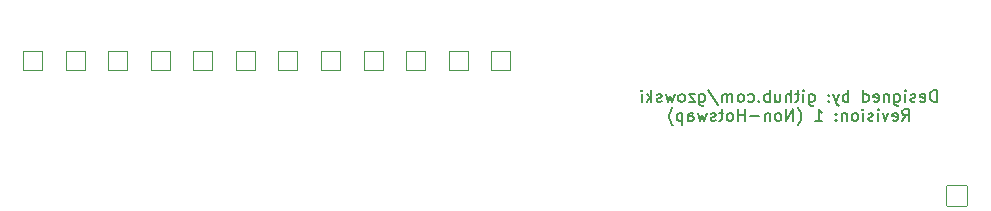
<source format=gbo>
G04 #@! TF.GenerationSoftware,KiCad,Pcbnew,7.0.9*
G04 #@! TF.CreationDate,2023-11-13T15:47:58+00:00*
G04 #@! TF.ProjectId,Nixie-12R-pcb,4e697869-652d-4313-9252-2d7063622e6b,rev?*
G04 #@! TF.SameCoordinates,Original*
G04 #@! TF.FileFunction,Legend,Bot*
G04 #@! TF.FilePolarity,Positive*
%FSLAX46Y46*%
G04 Gerber Fmt 4.6, Leading zero omitted, Abs format (unit mm)*
G04 Created by KiCad (PCBNEW 7.0.9) date 2023-11-13 15:47:58*
%MOMM*%
%LPD*%
G01*
G04 APERTURE LIST*
G04 Aperture macros list*
%AMRoundRect*
0 Rectangle with rounded corners*
0 $1 Rounding radius*
0 $2 $3 $4 $5 $6 $7 $8 $9 X,Y pos of 4 corners*
0 Add a 4 corners polygon primitive as box body*
4,1,4,$2,$3,$4,$5,$6,$7,$8,$9,$2,$3,0*
0 Add four circle primitives for the rounded corners*
1,1,$1+$1,$2,$3*
1,1,$1+$1,$4,$5*
1,1,$1+$1,$6,$7*
1,1,$1+$1,$8,$9*
0 Add four rect primitives between the rounded corners*
20,1,$1+$1,$2,$3,$4,$5,0*
20,1,$1+$1,$4,$5,$6,$7,0*
20,1,$1+$1,$6,$7,$8,$9,0*
20,1,$1+$1,$8,$9,$2,$3,0*%
G04 Aperture macros list end*
%ADD10C,0.150000*%
%ADD11C,1.651000*%
%ADD12R,1.651000X1.651000*%
%ADD13R,1.752600X1.752600*%
%ADD14C,1.752600*%
%ADD15C,1.753000*%
%ADD16RoundRect,0.051000X0.825500X-0.825500X0.825500X0.825500X-0.825500X0.825500X-0.825500X-0.825500X0*%
%ADD17C,1.802000*%
%ADD18C,4.102000*%
%ADD19C,2.302000*%
%ADD20O,2.102000X3.302000*%
%ADD21C,2.102000*%
%ADD22RoundRect,0.051000X1.000000X-1.000000X1.000000X1.000000X-1.000000X1.000000X-1.000000X-1.000000X0*%
%ADD23C,2.202000*%
%ADD24C,1.302000*%
%ADD25C,1.852000*%
%ADD26C,1.626000*%
%ADD27RoundRect,0.051000X0.876300X0.876300X-0.876300X0.876300X-0.876300X-0.876300X0.876300X-0.876300X0*%
%ADD28C,1.854600*%
G04 APERTURE END LIST*
D10*
X250576190Y-121334819D02*
X250576190Y-120334819D01*
X250576190Y-120334819D02*
X250338095Y-120334819D01*
X250338095Y-120334819D02*
X250195238Y-120382438D01*
X250195238Y-120382438D02*
X250100000Y-120477676D01*
X250100000Y-120477676D02*
X250052381Y-120572914D01*
X250052381Y-120572914D02*
X250004762Y-120763390D01*
X250004762Y-120763390D02*
X250004762Y-120906247D01*
X250004762Y-120906247D02*
X250052381Y-121096723D01*
X250052381Y-121096723D02*
X250100000Y-121191961D01*
X250100000Y-121191961D02*
X250195238Y-121287200D01*
X250195238Y-121287200D02*
X250338095Y-121334819D01*
X250338095Y-121334819D02*
X250576190Y-121334819D01*
X249195238Y-121287200D02*
X249290476Y-121334819D01*
X249290476Y-121334819D02*
X249480952Y-121334819D01*
X249480952Y-121334819D02*
X249576190Y-121287200D01*
X249576190Y-121287200D02*
X249623809Y-121191961D01*
X249623809Y-121191961D02*
X249623809Y-120811009D01*
X249623809Y-120811009D02*
X249576190Y-120715771D01*
X249576190Y-120715771D02*
X249480952Y-120668152D01*
X249480952Y-120668152D02*
X249290476Y-120668152D01*
X249290476Y-120668152D02*
X249195238Y-120715771D01*
X249195238Y-120715771D02*
X249147619Y-120811009D01*
X249147619Y-120811009D02*
X249147619Y-120906247D01*
X249147619Y-120906247D02*
X249623809Y-121001485D01*
X248766666Y-121287200D02*
X248671428Y-121334819D01*
X248671428Y-121334819D02*
X248480952Y-121334819D01*
X248480952Y-121334819D02*
X248385714Y-121287200D01*
X248385714Y-121287200D02*
X248338095Y-121191961D01*
X248338095Y-121191961D02*
X248338095Y-121144342D01*
X248338095Y-121144342D02*
X248385714Y-121049104D01*
X248385714Y-121049104D02*
X248480952Y-121001485D01*
X248480952Y-121001485D02*
X248623809Y-121001485D01*
X248623809Y-121001485D02*
X248719047Y-120953866D01*
X248719047Y-120953866D02*
X248766666Y-120858628D01*
X248766666Y-120858628D02*
X248766666Y-120811009D01*
X248766666Y-120811009D02*
X248719047Y-120715771D01*
X248719047Y-120715771D02*
X248623809Y-120668152D01*
X248623809Y-120668152D02*
X248480952Y-120668152D01*
X248480952Y-120668152D02*
X248385714Y-120715771D01*
X247909523Y-121334819D02*
X247909523Y-120668152D01*
X247909523Y-120334819D02*
X247957142Y-120382438D01*
X247957142Y-120382438D02*
X247909523Y-120430057D01*
X247909523Y-120430057D02*
X247861904Y-120382438D01*
X247861904Y-120382438D02*
X247909523Y-120334819D01*
X247909523Y-120334819D02*
X247909523Y-120430057D01*
X247004762Y-120668152D02*
X247004762Y-121477676D01*
X247004762Y-121477676D02*
X247052381Y-121572914D01*
X247052381Y-121572914D02*
X247100000Y-121620533D01*
X247100000Y-121620533D02*
X247195238Y-121668152D01*
X247195238Y-121668152D02*
X247338095Y-121668152D01*
X247338095Y-121668152D02*
X247433333Y-121620533D01*
X247004762Y-121287200D02*
X247100000Y-121334819D01*
X247100000Y-121334819D02*
X247290476Y-121334819D01*
X247290476Y-121334819D02*
X247385714Y-121287200D01*
X247385714Y-121287200D02*
X247433333Y-121239580D01*
X247433333Y-121239580D02*
X247480952Y-121144342D01*
X247480952Y-121144342D02*
X247480952Y-120858628D01*
X247480952Y-120858628D02*
X247433333Y-120763390D01*
X247433333Y-120763390D02*
X247385714Y-120715771D01*
X247385714Y-120715771D02*
X247290476Y-120668152D01*
X247290476Y-120668152D02*
X247100000Y-120668152D01*
X247100000Y-120668152D02*
X247004762Y-120715771D01*
X246528571Y-120668152D02*
X246528571Y-121334819D01*
X246528571Y-120763390D02*
X246480952Y-120715771D01*
X246480952Y-120715771D02*
X246385714Y-120668152D01*
X246385714Y-120668152D02*
X246242857Y-120668152D01*
X246242857Y-120668152D02*
X246147619Y-120715771D01*
X246147619Y-120715771D02*
X246100000Y-120811009D01*
X246100000Y-120811009D02*
X246100000Y-121334819D01*
X245242857Y-121287200D02*
X245338095Y-121334819D01*
X245338095Y-121334819D02*
X245528571Y-121334819D01*
X245528571Y-121334819D02*
X245623809Y-121287200D01*
X245623809Y-121287200D02*
X245671428Y-121191961D01*
X245671428Y-121191961D02*
X245671428Y-120811009D01*
X245671428Y-120811009D02*
X245623809Y-120715771D01*
X245623809Y-120715771D02*
X245528571Y-120668152D01*
X245528571Y-120668152D02*
X245338095Y-120668152D01*
X245338095Y-120668152D02*
X245242857Y-120715771D01*
X245242857Y-120715771D02*
X245195238Y-120811009D01*
X245195238Y-120811009D02*
X245195238Y-120906247D01*
X245195238Y-120906247D02*
X245671428Y-121001485D01*
X244338095Y-121334819D02*
X244338095Y-120334819D01*
X244338095Y-121287200D02*
X244433333Y-121334819D01*
X244433333Y-121334819D02*
X244623809Y-121334819D01*
X244623809Y-121334819D02*
X244719047Y-121287200D01*
X244719047Y-121287200D02*
X244766666Y-121239580D01*
X244766666Y-121239580D02*
X244814285Y-121144342D01*
X244814285Y-121144342D02*
X244814285Y-120858628D01*
X244814285Y-120858628D02*
X244766666Y-120763390D01*
X244766666Y-120763390D02*
X244719047Y-120715771D01*
X244719047Y-120715771D02*
X244623809Y-120668152D01*
X244623809Y-120668152D02*
X244433333Y-120668152D01*
X244433333Y-120668152D02*
X244338095Y-120715771D01*
X243099999Y-121334819D02*
X243099999Y-120334819D01*
X243099999Y-120715771D02*
X243004761Y-120668152D01*
X243004761Y-120668152D02*
X242814285Y-120668152D01*
X242814285Y-120668152D02*
X242719047Y-120715771D01*
X242719047Y-120715771D02*
X242671428Y-120763390D01*
X242671428Y-120763390D02*
X242623809Y-120858628D01*
X242623809Y-120858628D02*
X242623809Y-121144342D01*
X242623809Y-121144342D02*
X242671428Y-121239580D01*
X242671428Y-121239580D02*
X242719047Y-121287200D01*
X242719047Y-121287200D02*
X242814285Y-121334819D01*
X242814285Y-121334819D02*
X243004761Y-121334819D01*
X243004761Y-121334819D02*
X243099999Y-121287200D01*
X242290475Y-120668152D02*
X242052380Y-121334819D01*
X241814285Y-120668152D02*
X242052380Y-121334819D01*
X242052380Y-121334819D02*
X242147618Y-121572914D01*
X242147618Y-121572914D02*
X242195237Y-121620533D01*
X242195237Y-121620533D02*
X242290475Y-121668152D01*
X241433332Y-121239580D02*
X241385713Y-121287200D01*
X241385713Y-121287200D02*
X241433332Y-121334819D01*
X241433332Y-121334819D02*
X241480951Y-121287200D01*
X241480951Y-121287200D02*
X241433332Y-121239580D01*
X241433332Y-121239580D02*
X241433332Y-121334819D01*
X241433332Y-120715771D02*
X241385713Y-120763390D01*
X241385713Y-120763390D02*
X241433332Y-120811009D01*
X241433332Y-120811009D02*
X241480951Y-120763390D01*
X241480951Y-120763390D02*
X241433332Y-120715771D01*
X241433332Y-120715771D02*
X241433332Y-120811009D01*
X239766666Y-120668152D02*
X239766666Y-121477676D01*
X239766666Y-121477676D02*
X239814285Y-121572914D01*
X239814285Y-121572914D02*
X239861904Y-121620533D01*
X239861904Y-121620533D02*
X239957142Y-121668152D01*
X239957142Y-121668152D02*
X240099999Y-121668152D01*
X240099999Y-121668152D02*
X240195237Y-121620533D01*
X239766666Y-121287200D02*
X239861904Y-121334819D01*
X239861904Y-121334819D02*
X240052380Y-121334819D01*
X240052380Y-121334819D02*
X240147618Y-121287200D01*
X240147618Y-121287200D02*
X240195237Y-121239580D01*
X240195237Y-121239580D02*
X240242856Y-121144342D01*
X240242856Y-121144342D02*
X240242856Y-120858628D01*
X240242856Y-120858628D02*
X240195237Y-120763390D01*
X240195237Y-120763390D02*
X240147618Y-120715771D01*
X240147618Y-120715771D02*
X240052380Y-120668152D01*
X240052380Y-120668152D02*
X239861904Y-120668152D01*
X239861904Y-120668152D02*
X239766666Y-120715771D01*
X239290475Y-121334819D02*
X239290475Y-120668152D01*
X239290475Y-120334819D02*
X239338094Y-120382438D01*
X239338094Y-120382438D02*
X239290475Y-120430057D01*
X239290475Y-120430057D02*
X239242856Y-120382438D01*
X239242856Y-120382438D02*
X239290475Y-120334819D01*
X239290475Y-120334819D02*
X239290475Y-120430057D01*
X238957142Y-120668152D02*
X238576190Y-120668152D01*
X238814285Y-120334819D02*
X238814285Y-121191961D01*
X238814285Y-121191961D02*
X238766666Y-121287200D01*
X238766666Y-121287200D02*
X238671428Y-121334819D01*
X238671428Y-121334819D02*
X238576190Y-121334819D01*
X238242856Y-121334819D02*
X238242856Y-120334819D01*
X237814285Y-121334819D02*
X237814285Y-120811009D01*
X237814285Y-120811009D02*
X237861904Y-120715771D01*
X237861904Y-120715771D02*
X237957142Y-120668152D01*
X237957142Y-120668152D02*
X238099999Y-120668152D01*
X238099999Y-120668152D02*
X238195237Y-120715771D01*
X238195237Y-120715771D02*
X238242856Y-120763390D01*
X236909523Y-120668152D02*
X236909523Y-121334819D01*
X237338094Y-120668152D02*
X237338094Y-121191961D01*
X237338094Y-121191961D02*
X237290475Y-121287200D01*
X237290475Y-121287200D02*
X237195237Y-121334819D01*
X237195237Y-121334819D02*
X237052380Y-121334819D01*
X237052380Y-121334819D02*
X236957142Y-121287200D01*
X236957142Y-121287200D02*
X236909523Y-121239580D01*
X236433332Y-121334819D02*
X236433332Y-120334819D01*
X236433332Y-120715771D02*
X236338094Y-120668152D01*
X236338094Y-120668152D02*
X236147618Y-120668152D01*
X236147618Y-120668152D02*
X236052380Y-120715771D01*
X236052380Y-120715771D02*
X236004761Y-120763390D01*
X236004761Y-120763390D02*
X235957142Y-120858628D01*
X235957142Y-120858628D02*
X235957142Y-121144342D01*
X235957142Y-121144342D02*
X236004761Y-121239580D01*
X236004761Y-121239580D02*
X236052380Y-121287200D01*
X236052380Y-121287200D02*
X236147618Y-121334819D01*
X236147618Y-121334819D02*
X236338094Y-121334819D01*
X236338094Y-121334819D02*
X236433332Y-121287200D01*
X235528570Y-121239580D02*
X235480951Y-121287200D01*
X235480951Y-121287200D02*
X235528570Y-121334819D01*
X235528570Y-121334819D02*
X235576189Y-121287200D01*
X235576189Y-121287200D02*
X235528570Y-121239580D01*
X235528570Y-121239580D02*
X235528570Y-121334819D01*
X234623809Y-121287200D02*
X234719047Y-121334819D01*
X234719047Y-121334819D02*
X234909523Y-121334819D01*
X234909523Y-121334819D02*
X235004761Y-121287200D01*
X235004761Y-121287200D02*
X235052380Y-121239580D01*
X235052380Y-121239580D02*
X235099999Y-121144342D01*
X235099999Y-121144342D02*
X235099999Y-120858628D01*
X235099999Y-120858628D02*
X235052380Y-120763390D01*
X235052380Y-120763390D02*
X235004761Y-120715771D01*
X235004761Y-120715771D02*
X234909523Y-120668152D01*
X234909523Y-120668152D02*
X234719047Y-120668152D01*
X234719047Y-120668152D02*
X234623809Y-120715771D01*
X234052380Y-121334819D02*
X234147618Y-121287200D01*
X234147618Y-121287200D02*
X234195237Y-121239580D01*
X234195237Y-121239580D02*
X234242856Y-121144342D01*
X234242856Y-121144342D02*
X234242856Y-120858628D01*
X234242856Y-120858628D02*
X234195237Y-120763390D01*
X234195237Y-120763390D02*
X234147618Y-120715771D01*
X234147618Y-120715771D02*
X234052380Y-120668152D01*
X234052380Y-120668152D02*
X233909523Y-120668152D01*
X233909523Y-120668152D02*
X233814285Y-120715771D01*
X233814285Y-120715771D02*
X233766666Y-120763390D01*
X233766666Y-120763390D02*
X233719047Y-120858628D01*
X233719047Y-120858628D02*
X233719047Y-121144342D01*
X233719047Y-121144342D02*
X233766666Y-121239580D01*
X233766666Y-121239580D02*
X233814285Y-121287200D01*
X233814285Y-121287200D02*
X233909523Y-121334819D01*
X233909523Y-121334819D02*
X234052380Y-121334819D01*
X233290475Y-121334819D02*
X233290475Y-120668152D01*
X233290475Y-120763390D02*
X233242856Y-120715771D01*
X233242856Y-120715771D02*
X233147618Y-120668152D01*
X233147618Y-120668152D02*
X233004761Y-120668152D01*
X233004761Y-120668152D02*
X232909523Y-120715771D01*
X232909523Y-120715771D02*
X232861904Y-120811009D01*
X232861904Y-120811009D02*
X232861904Y-121334819D01*
X232861904Y-120811009D02*
X232814285Y-120715771D01*
X232814285Y-120715771D02*
X232719047Y-120668152D01*
X232719047Y-120668152D02*
X232576190Y-120668152D01*
X232576190Y-120668152D02*
X232480951Y-120715771D01*
X232480951Y-120715771D02*
X232433332Y-120811009D01*
X232433332Y-120811009D02*
X232433332Y-121334819D01*
X231242857Y-120287200D02*
X232099999Y-121572914D01*
X230480952Y-120668152D02*
X230480952Y-121477676D01*
X230480952Y-121477676D02*
X230528571Y-121572914D01*
X230528571Y-121572914D02*
X230576190Y-121620533D01*
X230576190Y-121620533D02*
X230671428Y-121668152D01*
X230671428Y-121668152D02*
X230814285Y-121668152D01*
X230814285Y-121668152D02*
X230909523Y-121620533D01*
X230480952Y-121287200D02*
X230576190Y-121334819D01*
X230576190Y-121334819D02*
X230766666Y-121334819D01*
X230766666Y-121334819D02*
X230861904Y-121287200D01*
X230861904Y-121287200D02*
X230909523Y-121239580D01*
X230909523Y-121239580D02*
X230957142Y-121144342D01*
X230957142Y-121144342D02*
X230957142Y-120858628D01*
X230957142Y-120858628D02*
X230909523Y-120763390D01*
X230909523Y-120763390D02*
X230861904Y-120715771D01*
X230861904Y-120715771D02*
X230766666Y-120668152D01*
X230766666Y-120668152D02*
X230576190Y-120668152D01*
X230576190Y-120668152D02*
X230480952Y-120715771D01*
X230099999Y-120668152D02*
X229576190Y-120668152D01*
X229576190Y-120668152D02*
X230099999Y-121334819D01*
X230099999Y-121334819D02*
X229576190Y-121334819D01*
X229052380Y-121334819D02*
X229147618Y-121287200D01*
X229147618Y-121287200D02*
X229195237Y-121239580D01*
X229195237Y-121239580D02*
X229242856Y-121144342D01*
X229242856Y-121144342D02*
X229242856Y-120858628D01*
X229242856Y-120858628D02*
X229195237Y-120763390D01*
X229195237Y-120763390D02*
X229147618Y-120715771D01*
X229147618Y-120715771D02*
X229052380Y-120668152D01*
X229052380Y-120668152D02*
X228909523Y-120668152D01*
X228909523Y-120668152D02*
X228814285Y-120715771D01*
X228814285Y-120715771D02*
X228766666Y-120763390D01*
X228766666Y-120763390D02*
X228719047Y-120858628D01*
X228719047Y-120858628D02*
X228719047Y-121144342D01*
X228719047Y-121144342D02*
X228766666Y-121239580D01*
X228766666Y-121239580D02*
X228814285Y-121287200D01*
X228814285Y-121287200D02*
X228909523Y-121334819D01*
X228909523Y-121334819D02*
X229052380Y-121334819D01*
X228385713Y-120668152D02*
X228195237Y-121334819D01*
X228195237Y-121334819D02*
X228004761Y-120858628D01*
X228004761Y-120858628D02*
X227814285Y-121334819D01*
X227814285Y-121334819D02*
X227623809Y-120668152D01*
X227290475Y-121287200D02*
X227195237Y-121334819D01*
X227195237Y-121334819D02*
X227004761Y-121334819D01*
X227004761Y-121334819D02*
X226909523Y-121287200D01*
X226909523Y-121287200D02*
X226861904Y-121191961D01*
X226861904Y-121191961D02*
X226861904Y-121144342D01*
X226861904Y-121144342D02*
X226909523Y-121049104D01*
X226909523Y-121049104D02*
X227004761Y-121001485D01*
X227004761Y-121001485D02*
X227147618Y-121001485D01*
X227147618Y-121001485D02*
X227242856Y-120953866D01*
X227242856Y-120953866D02*
X227290475Y-120858628D01*
X227290475Y-120858628D02*
X227290475Y-120811009D01*
X227290475Y-120811009D02*
X227242856Y-120715771D01*
X227242856Y-120715771D02*
X227147618Y-120668152D01*
X227147618Y-120668152D02*
X227004761Y-120668152D01*
X227004761Y-120668152D02*
X226909523Y-120715771D01*
X226433332Y-121334819D02*
X226433332Y-120334819D01*
X226338094Y-120953866D02*
X226052380Y-121334819D01*
X226052380Y-120668152D02*
X226433332Y-121049104D01*
X225623808Y-121334819D02*
X225623808Y-120668152D01*
X225623808Y-120334819D02*
X225671427Y-120382438D01*
X225671427Y-120382438D02*
X225623808Y-120430057D01*
X225623808Y-120430057D02*
X225576189Y-120382438D01*
X225576189Y-120382438D02*
X225623808Y-120334819D01*
X225623808Y-120334819D02*
X225623808Y-120430057D01*
X247671429Y-122944819D02*
X248004762Y-122468628D01*
X248242857Y-122944819D02*
X248242857Y-121944819D01*
X248242857Y-121944819D02*
X247861905Y-121944819D01*
X247861905Y-121944819D02*
X247766667Y-121992438D01*
X247766667Y-121992438D02*
X247719048Y-122040057D01*
X247719048Y-122040057D02*
X247671429Y-122135295D01*
X247671429Y-122135295D02*
X247671429Y-122278152D01*
X247671429Y-122278152D02*
X247719048Y-122373390D01*
X247719048Y-122373390D02*
X247766667Y-122421009D01*
X247766667Y-122421009D02*
X247861905Y-122468628D01*
X247861905Y-122468628D02*
X248242857Y-122468628D01*
X246861905Y-122897200D02*
X246957143Y-122944819D01*
X246957143Y-122944819D02*
X247147619Y-122944819D01*
X247147619Y-122944819D02*
X247242857Y-122897200D01*
X247242857Y-122897200D02*
X247290476Y-122801961D01*
X247290476Y-122801961D02*
X247290476Y-122421009D01*
X247290476Y-122421009D02*
X247242857Y-122325771D01*
X247242857Y-122325771D02*
X247147619Y-122278152D01*
X247147619Y-122278152D02*
X246957143Y-122278152D01*
X246957143Y-122278152D02*
X246861905Y-122325771D01*
X246861905Y-122325771D02*
X246814286Y-122421009D01*
X246814286Y-122421009D02*
X246814286Y-122516247D01*
X246814286Y-122516247D02*
X247290476Y-122611485D01*
X246480952Y-122278152D02*
X246242857Y-122944819D01*
X246242857Y-122944819D02*
X246004762Y-122278152D01*
X245623809Y-122944819D02*
X245623809Y-122278152D01*
X245623809Y-121944819D02*
X245671428Y-121992438D01*
X245671428Y-121992438D02*
X245623809Y-122040057D01*
X245623809Y-122040057D02*
X245576190Y-121992438D01*
X245576190Y-121992438D02*
X245623809Y-121944819D01*
X245623809Y-121944819D02*
X245623809Y-122040057D01*
X245195238Y-122897200D02*
X245100000Y-122944819D01*
X245100000Y-122944819D02*
X244909524Y-122944819D01*
X244909524Y-122944819D02*
X244814286Y-122897200D01*
X244814286Y-122897200D02*
X244766667Y-122801961D01*
X244766667Y-122801961D02*
X244766667Y-122754342D01*
X244766667Y-122754342D02*
X244814286Y-122659104D01*
X244814286Y-122659104D02*
X244909524Y-122611485D01*
X244909524Y-122611485D02*
X245052381Y-122611485D01*
X245052381Y-122611485D02*
X245147619Y-122563866D01*
X245147619Y-122563866D02*
X245195238Y-122468628D01*
X245195238Y-122468628D02*
X245195238Y-122421009D01*
X245195238Y-122421009D02*
X245147619Y-122325771D01*
X245147619Y-122325771D02*
X245052381Y-122278152D01*
X245052381Y-122278152D02*
X244909524Y-122278152D01*
X244909524Y-122278152D02*
X244814286Y-122325771D01*
X244338095Y-122944819D02*
X244338095Y-122278152D01*
X244338095Y-121944819D02*
X244385714Y-121992438D01*
X244385714Y-121992438D02*
X244338095Y-122040057D01*
X244338095Y-122040057D02*
X244290476Y-121992438D01*
X244290476Y-121992438D02*
X244338095Y-121944819D01*
X244338095Y-121944819D02*
X244338095Y-122040057D01*
X243719048Y-122944819D02*
X243814286Y-122897200D01*
X243814286Y-122897200D02*
X243861905Y-122849580D01*
X243861905Y-122849580D02*
X243909524Y-122754342D01*
X243909524Y-122754342D02*
X243909524Y-122468628D01*
X243909524Y-122468628D02*
X243861905Y-122373390D01*
X243861905Y-122373390D02*
X243814286Y-122325771D01*
X243814286Y-122325771D02*
X243719048Y-122278152D01*
X243719048Y-122278152D02*
X243576191Y-122278152D01*
X243576191Y-122278152D02*
X243480953Y-122325771D01*
X243480953Y-122325771D02*
X243433334Y-122373390D01*
X243433334Y-122373390D02*
X243385715Y-122468628D01*
X243385715Y-122468628D02*
X243385715Y-122754342D01*
X243385715Y-122754342D02*
X243433334Y-122849580D01*
X243433334Y-122849580D02*
X243480953Y-122897200D01*
X243480953Y-122897200D02*
X243576191Y-122944819D01*
X243576191Y-122944819D02*
X243719048Y-122944819D01*
X242957143Y-122278152D02*
X242957143Y-122944819D01*
X242957143Y-122373390D02*
X242909524Y-122325771D01*
X242909524Y-122325771D02*
X242814286Y-122278152D01*
X242814286Y-122278152D02*
X242671429Y-122278152D01*
X242671429Y-122278152D02*
X242576191Y-122325771D01*
X242576191Y-122325771D02*
X242528572Y-122421009D01*
X242528572Y-122421009D02*
X242528572Y-122944819D01*
X242052381Y-122849580D02*
X242004762Y-122897200D01*
X242004762Y-122897200D02*
X242052381Y-122944819D01*
X242052381Y-122944819D02*
X242100000Y-122897200D01*
X242100000Y-122897200D02*
X242052381Y-122849580D01*
X242052381Y-122849580D02*
X242052381Y-122944819D01*
X242052381Y-122325771D02*
X242004762Y-122373390D01*
X242004762Y-122373390D02*
X242052381Y-122421009D01*
X242052381Y-122421009D02*
X242100000Y-122373390D01*
X242100000Y-122373390D02*
X242052381Y-122325771D01*
X242052381Y-122325771D02*
X242052381Y-122421009D01*
X240290477Y-122944819D02*
X240861905Y-122944819D01*
X240576191Y-122944819D02*
X240576191Y-121944819D01*
X240576191Y-121944819D02*
X240671429Y-122087676D01*
X240671429Y-122087676D02*
X240766667Y-122182914D01*
X240766667Y-122182914D02*
X240861905Y-122230533D01*
X238814286Y-123325771D02*
X238861905Y-123278152D01*
X238861905Y-123278152D02*
X238957143Y-123135295D01*
X238957143Y-123135295D02*
X239004762Y-123040057D01*
X239004762Y-123040057D02*
X239052381Y-122897200D01*
X239052381Y-122897200D02*
X239100000Y-122659104D01*
X239100000Y-122659104D02*
X239100000Y-122468628D01*
X239100000Y-122468628D02*
X239052381Y-122230533D01*
X239052381Y-122230533D02*
X239004762Y-122087676D01*
X239004762Y-122087676D02*
X238957143Y-121992438D01*
X238957143Y-121992438D02*
X238861905Y-121849580D01*
X238861905Y-121849580D02*
X238814286Y-121801961D01*
X238433333Y-122944819D02*
X238433333Y-121944819D01*
X238433333Y-121944819D02*
X237861905Y-122944819D01*
X237861905Y-122944819D02*
X237861905Y-121944819D01*
X237242857Y-122944819D02*
X237338095Y-122897200D01*
X237338095Y-122897200D02*
X237385714Y-122849580D01*
X237385714Y-122849580D02*
X237433333Y-122754342D01*
X237433333Y-122754342D02*
X237433333Y-122468628D01*
X237433333Y-122468628D02*
X237385714Y-122373390D01*
X237385714Y-122373390D02*
X237338095Y-122325771D01*
X237338095Y-122325771D02*
X237242857Y-122278152D01*
X237242857Y-122278152D02*
X237100000Y-122278152D01*
X237100000Y-122278152D02*
X237004762Y-122325771D01*
X237004762Y-122325771D02*
X236957143Y-122373390D01*
X236957143Y-122373390D02*
X236909524Y-122468628D01*
X236909524Y-122468628D02*
X236909524Y-122754342D01*
X236909524Y-122754342D02*
X236957143Y-122849580D01*
X236957143Y-122849580D02*
X237004762Y-122897200D01*
X237004762Y-122897200D02*
X237100000Y-122944819D01*
X237100000Y-122944819D02*
X237242857Y-122944819D01*
X236480952Y-122278152D02*
X236480952Y-122944819D01*
X236480952Y-122373390D02*
X236433333Y-122325771D01*
X236433333Y-122325771D02*
X236338095Y-122278152D01*
X236338095Y-122278152D02*
X236195238Y-122278152D01*
X236195238Y-122278152D02*
X236100000Y-122325771D01*
X236100000Y-122325771D02*
X236052381Y-122421009D01*
X236052381Y-122421009D02*
X236052381Y-122944819D01*
X235576190Y-122563866D02*
X234814286Y-122563866D01*
X234338095Y-122944819D02*
X234338095Y-121944819D01*
X234338095Y-122421009D02*
X233766667Y-122421009D01*
X233766667Y-122944819D02*
X233766667Y-121944819D01*
X233147619Y-122944819D02*
X233242857Y-122897200D01*
X233242857Y-122897200D02*
X233290476Y-122849580D01*
X233290476Y-122849580D02*
X233338095Y-122754342D01*
X233338095Y-122754342D02*
X233338095Y-122468628D01*
X233338095Y-122468628D02*
X233290476Y-122373390D01*
X233290476Y-122373390D02*
X233242857Y-122325771D01*
X233242857Y-122325771D02*
X233147619Y-122278152D01*
X233147619Y-122278152D02*
X233004762Y-122278152D01*
X233004762Y-122278152D02*
X232909524Y-122325771D01*
X232909524Y-122325771D02*
X232861905Y-122373390D01*
X232861905Y-122373390D02*
X232814286Y-122468628D01*
X232814286Y-122468628D02*
X232814286Y-122754342D01*
X232814286Y-122754342D02*
X232861905Y-122849580D01*
X232861905Y-122849580D02*
X232909524Y-122897200D01*
X232909524Y-122897200D02*
X233004762Y-122944819D01*
X233004762Y-122944819D02*
X233147619Y-122944819D01*
X232528571Y-122278152D02*
X232147619Y-122278152D01*
X232385714Y-121944819D02*
X232385714Y-122801961D01*
X232385714Y-122801961D02*
X232338095Y-122897200D01*
X232338095Y-122897200D02*
X232242857Y-122944819D01*
X232242857Y-122944819D02*
X232147619Y-122944819D01*
X231861904Y-122897200D02*
X231766666Y-122944819D01*
X231766666Y-122944819D02*
X231576190Y-122944819D01*
X231576190Y-122944819D02*
X231480952Y-122897200D01*
X231480952Y-122897200D02*
X231433333Y-122801961D01*
X231433333Y-122801961D02*
X231433333Y-122754342D01*
X231433333Y-122754342D02*
X231480952Y-122659104D01*
X231480952Y-122659104D02*
X231576190Y-122611485D01*
X231576190Y-122611485D02*
X231719047Y-122611485D01*
X231719047Y-122611485D02*
X231814285Y-122563866D01*
X231814285Y-122563866D02*
X231861904Y-122468628D01*
X231861904Y-122468628D02*
X231861904Y-122421009D01*
X231861904Y-122421009D02*
X231814285Y-122325771D01*
X231814285Y-122325771D02*
X231719047Y-122278152D01*
X231719047Y-122278152D02*
X231576190Y-122278152D01*
X231576190Y-122278152D02*
X231480952Y-122325771D01*
X231099999Y-122278152D02*
X230909523Y-122944819D01*
X230909523Y-122944819D02*
X230719047Y-122468628D01*
X230719047Y-122468628D02*
X230528571Y-122944819D01*
X230528571Y-122944819D02*
X230338095Y-122278152D01*
X229528571Y-122944819D02*
X229528571Y-122421009D01*
X229528571Y-122421009D02*
X229576190Y-122325771D01*
X229576190Y-122325771D02*
X229671428Y-122278152D01*
X229671428Y-122278152D02*
X229861904Y-122278152D01*
X229861904Y-122278152D02*
X229957142Y-122325771D01*
X229528571Y-122897200D02*
X229623809Y-122944819D01*
X229623809Y-122944819D02*
X229861904Y-122944819D01*
X229861904Y-122944819D02*
X229957142Y-122897200D01*
X229957142Y-122897200D02*
X230004761Y-122801961D01*
X230004761Y-122801961D02*
X230004761Y-122706723D01*
X230004761Y-122706723D02*
X229957142Y-122611485D01*
X229957142Y-122611485D02*
X229861904Y-122563866D01*
X229861904Y-122563866D02*
X229623809Y-122563866D01*
X229623809Y-122563866D02*
X229528571Y-122516247D01*
X229052380Y-122278152D02*
X229052380Y-123278152D01*
X229052380Y-122325771D02*
X228957142Y-122278152D01*
X228957142Y-122278152D02*
X228766666Y-122278152D01*
X228766666Y-122278152D02*
X228671428Y-122325771D01*
X228671428Y-122325771D02*
X228623809Y-122373390D01*
X228623809Y-122373390D02*
X228576190Y-122468628D01*
X228576190Y-122468628D02*
X228576190Y-122754342D01*
X228576190Y-122754342D02*
X228623809Y-122849580D01*
X228623809Y-122849580D02*
X228671428Y-122897200D01*
X228671428Y-122897200D02*
X228766666Y-122944819D01*
X228766666Y-122944819D02*
X228957142Y-122944819D01*
X228957142Y-122944819D02*
X229052380Y-122897200D01*
X228242856Y-123325771D02*
X228195237Y-123278152D01*
X228195237Y-123278152D02*
X228099999Y-123135295D01*
X228099999Y-123135295D02*
X228052380Y-123040057D01*
X228052380Y-123040057D02*
X228004761Y-122897200D01*
X228004761Y-122897200D02*
X227957142Y-122659104D01*
X227957142Y-122659104D02*
X227957142Y-122468628D01*
X227957142Y-122468628D02*
X228004761Y-122230533D01*
X228004761Y-122230533D02*
X228052380Y-122087676D01*
X228052380Y-122087676D02*
X228099999Y-121992438D01*
X228099999Y-121992438D02*
X228195237Y-121849580D01*
X228195237Y-121849580D02*
X228242856Y-121801961D01*
D11*
X174100000Y-125465000D03*
D12*
X174100000Y-117845000D03*
D11*
X213700000Y-125505000D03*
D12*
X213700000Y-117885000D03*
D11*
X206500000Y-125505000D03*
D12*
X206500000Y-117885000D03*
D11*
X199300000Y-125485000D03*
D12*
X199300000Y-117865000D03*
D11*
X210100000Y-125495000D03*
D12*
X210100000Y-117875000D03*
D11*
X188500000Y-125475000D03*
D12*
X188500000Y-117855000D03*
D11*
X181300000Y-125475000D03*
D12*
X181300000Y-117855000D03*
D11*
X177700000Y-125465000D03*
D12*
X177700000Y-117845000D03*
D11*
X202900000Y-125495000D03*
D12*
X202900000Y-117875000D03*
D11*
X192100000Y-125485000D03*
D12*
X192100000Y-117865000D03*
D11*
X195700000Y-125495000D03*
D12*
X195700000Y-117875000D03*
D11*
X184900000Y-125485000D03*
D12*
X184900000Y-117865000D03*
D13*
X252300000Y-129265000D03*
D14*
X249760000Y-129265000D03*
X247220000Y-129265000D03*
X244680000Y-129265000D03*
X242140000Y-129265000D03*
X239600000Y-129265000D03*
X237060000Y-129265000D03*
X234520000Y-129265000D03*
X231980000Y-129265000D03*
X229440000Y-129265000D03*
X226900000Y-129265000D03*
X224360000Y-129265000D03*
X224360000Y-114025000D03*
X226900000Y-114025000D03*
X229440000Y-114025000D03*
X231980000Y-114025000D03*
X234520000Y-114025000D03*
X237060000Y-114025000D03*
X239600000Y-114025000D03*
X242140000Y-114025000D03*
X244680000Y-114025000D03*
X247220000Y-114025000D03*
X249760000Y-114025000D03*
X252300000Y-114025000D03*
%LPC*%
D15*
X174100000Y-125465000D03*
D16*
X174100000Y-117845000D03*
D15*
X213700000Y-125505000D03*
D16*
X213700000Y-117885000D03*
D15*
X206500000Y-125505000D03*
D16*
X206500000Y-117885000D03*
D15*
X199300000Y-125485000D03*
D16*
X199300000Y-117865000D03*
D15*
X210100000Y-125495000D03*
D16*
X210100000Y-117875000D03*
D17*
X150330000Y-144925000D03*
D18*
X155410000Y-144925000D03*
D17*
X160490000Y-144925000D03*
D19*
X157950000Y-139845000D03*
X151600000Y-142385000D03*
D15*
X188500000Y-125475000D03*
D16*
X188500000Y-117855000D03*
D17*
X207480000Y-161965000D03*
D18*
X212560000Y-161965000D03*
D17*
X217640000Y-161965000D03*
D19*
X215100000Y-156885000D03*
X208750000Y-159425000D03*
D20*
X245100000Y-144025000D03*
X256300000Y-144025000D03*
D21*
X248200000Y-137025000D03*
D22*
X248200000Y-151525000D03*
D21*
X253200000Y-151525000D03*
X250700000Y-151525000D03*
X253200000Y-137025000D03*
D17*
X245580000Y-162955000D03*
D18*
X250660000Y-162955000D03*
D17*
X255740000Y-162955000D03*
D19*
X253200000Y-157875000D03*
X246850000Y-160415000D03*
D15*
X181300000Y-125475000D03*
D16*
X181300000Y-117855000D03*
D17*
X150330000Y-163975000D03*
D18*
X155410000Y-163975000D03*
D17*
X160490000Y-163975000D03*
D19*
X157950000Y-158895000D03*
X151600000Y-161435000D03*
D17*
X188430000Y-159465000D03*
D18*
X193510000Y-159465000D03*
D17*
X198590000Y-159465000D03*
D19*
X196050000Y-154385000D03*
X189700000Y-156925000D03*
D17*
X169380000Y-161955000D03*
D18*
X174460000Y-161955000D03*
D17*
X179540000Y-161955000D03*
D19*
X177000000Y-156875000D03*
X170650000Y-159415000D03*
D17*
X226530000Y-162965000D03*
D18*
X231610000Y-162965000D03*
D17*
X236690000Y-162965000D03*
D19*
X234150000Y-157885000D03*
X227800000Y-160425000D03*
D15*
X177700000Y-125465000D03*
D16*
X177700000Y-117845000D03*
D15*
X202900000Y-125495000D03*
D16*
X202900000Y-117875000D03*
D15*
X192100000Y-125485000D03*
D16*
X192100000Y-117865000D03*
D15*
X195700000Y-125495000D03*
D16*
X195700000Y-117875000D03*
D23*
X152050000Y-135565000D03*
D24*
X155550000Y-131865000D03*
D25*
X158050000Y-133075000D03*
D23*
X159060000Y-135565000D03*
D25*
X153050000Y-133075000D03*
D15*
X184900000Y-125485000D03*
D16*
X184900000Y-117865000D03*
D17*
X188430000Y-140415000D03*
D18*
X193510000Y-140415000D03*
D17*
X198590000Y-140415000D03*
D19*
X196050000Y-135335000D03*
X189700000Y-137875000D03*
D17*
X226530000Y-143915000D03*
D18*
X231610000Y-143915000D03*
D17*
X236690000Y-143915000D03*
D19*
X234150000Y-138835000D03*
X227800000Y-141375000D03*
D17*
X169380000Y-142905000D03*
D18*
X174460000Y-142905000D03*
D17*
X179540000Y-142905000D03*
D19*
X177000000Y-137825000D03*
X170650000Y-140365000D03*
D17*
X207480000Y-142915000D03*
D18*
X212560000Y-142915000D03*
D17*
X217640000Y-142915000D03*
D19*
X215100000Y-137835000D03*
X208750000Y-140375000D03*
D26*
X219750000Y-117925000D03*
X219750000Y-120465000D03*
X219750000Y-123005000D03*
X219750000Y-125545000D03*
D27*
X252300000Y-129265000D03*
D28*
X249760000Y-129265000D03*
X247220000Y-129265000D03*
X244680000Y-129265000D03*
X242140000Y-129265000D03*
X239600000Y-129265000D03*
X237060000Y-129265000D03*
X234520000Y-129265000D03*
X231980000Y-129265000D03*
X229440000Y-129265000D03*
X226900000Y-129265000D03*
X224360000Y-129265000D03*
X224360000Y-114025000D03*
X226900000Y-114025000D03*
X229440000Y-114025000D03*
X231980000Y-114025000D03*
X234520000Y-114025000D03*
X237060000Y-114025000D03*
X239600000Y-114025000D03*
X242140000Y-114025000D03*
X244680000Y-114025000D03*
X247220000Y-114025000D03*
X249760000Y-114025000D03*
X252300000Y-114025000D03*
%LPD*%
M02*

</source>
